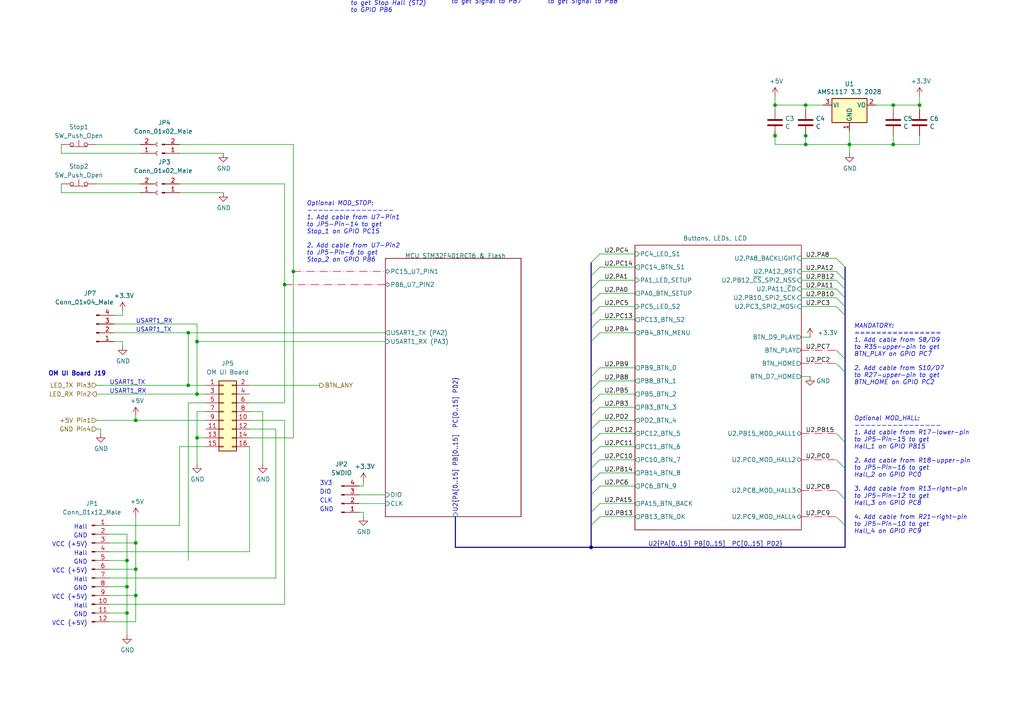
<source format=kicad_sch>
(kicad_sch (version 20211123) (generator eeschema)
  (paper "A4")
  (title_block (title "YardForce NX100i 18Buttons 3LEDs LCD CoverUI") (date "2023-11-16") (rev "0.1") (comment 1 "(c) Apehaenger") (comment 2 "For https://openmower.de") (comment 3 "RM-EC3-V1.1 20210619 with STM32F401RCT6"))
  (lib_symbols
    (symbol "Connector:Conn_01x02_Female" (pin_names (offset 1.016) hide)
      (property "Reference" "J" (at 0 2.54 0))
      (property "Value" "Conn_01x02_Female" (at 0 -5.08 0))
      (symbol "Conn_01x02_Female_1_1"
        (arc (start 0 -2.032) (mid -0.508 -2.54) (end 0 -3.048) (stroke (width 0.1524)))
        (polyline (pts (xy -1.27 -2.54) (xy -0.508 -2.54)) (stroke (width 0.1524)))
        (polyline (pts (xy -1.27 0) (xy -0.508 0)) (stroke (width 0.1524)))
        (arc (start 0 0.508) (mid -0.508 0) (end 0 -0.508) (stroke (width 0.1524)))
        (pin passive line (at -5.08 0 0) (length 3.81) (name "Pin_1") (number "1"))
        (pin passive line (at -5.08 -2.54 0) (length 3.81) (name "Pin_2") (number "2"))
      )
    )
    (symbol "Connector:Conn_01x02_Male" (pin_names (offset 1.016) hide)
      (property "Reference" "J" (at 0 2.54 0))
      (property "Value" "Conn_01x02_Male" (at 0 -5.08 0))
      (symbol "Conn_01x02_Male_1_1"
        (polyline (pts (xy 1.27 -2.54) (xy 0.8636 -2.54)) (stroke (width 0.1524)))
        (polyline (pts (xy 1.27 0) (xy 0.8636 0)) (stroke (width 0.1524)))
        (rectangle (start 0.8636 -2.413) (end 0 -2.667) (stroke (width 0.1524)) (fill (type outline)))
        (rectangle (start 0.8636 0.127) (end 0 -0.127) (stroke (width 0.1524)) (fill (type outline)))
        (pin passive line (at 5.08 0 180) (length 3.81) (name "Pin_1") (number "1"))
        (pin passive line (at 5.08 -2.54 180) (length 3.81) (name "Pin_2") (number "2"))
      )
    )
    (symbol "Connector:Conn_01x04_Male" (pin_names (offset 1.016) hide)
      (property "Reference" "J" (at 0 5.08 0))
      (property "Value" "Conn_01x04_Male" (at 0 -7.62 0))
      (symbol "Conn_01x04_Male_1_1"
        (polyline (pts (xy 1.27 -5.08) (xy 0.8636 -5.08)) (stroke (width 0.1524)))
        (polyline (pts (xy 1.27 -2.54) (xy 0.8636 -2.54)) (stroke (width 0.1524)))
        (polyline (pts (xy 1.27 0) (xy 0.8636 0)) (stroke (width 0.1524)))
        (polyline (pts (xy 1.27 2.54) (xy 0.8636 2.54)) (stroke (width 0.1524)))
        (rectangle (start 0.8636 -4.953) (end 0 -5.207) (stroke (width 0.1524)) (fill (type outline)))
        (rectangle (start 0.8636 -2.413) (end 0 -2.667) (stroke (width 0.1524)) (fill (type outline)))
        (rectangle (start 0.8636 0.127) (end 0 -0.127) (stroke (width 0.1524)) (fill (type outline)))
        (rectangle (start 0.8636 2.667) (end 0 2.413) (stroke (width 0.1524)) (fill (type outline)))
        (pin passive line (at 5.08 2.54 180) (length 3.81) (name "Pin_1") (number "1"))
        (pin passive line (at 5.08 0 180) (length 3.81) (name "Pin_2") (number "2"))
        (pin passive line (at 5.08 -2.54 180) (length 3.81) (name "Pin_3") (number "3"))
        (pin passive line (at 5.08 -5.08 180) (length 3.81) (name "Pin_4") (number "4"))
      )
    )
    (symbol "Connector:Conn_01x12_Male" (pin_names (offset 1.016) hide)
      (property "Reference" "J" (at 0 15.24 0))
      (property "Value" "Conn_01x12_Male" (at 0 -17.78 0))
      (symbol "Conn_01x12_Male_1_1"
        (polyline (pts (xy 1.27 -15.24) (xy 0.8636 -15.24)) (stroke (width 0.1524)))
        (polyline (pts (xy 1.27 -12.7) (xy 0.8636 -12.7)) (stroke (width 0.1524)))
        (polyline (pts (xy 1.27 -10.16) (xy 0.8636 -10.16)) (stroke (width 0.1524)))
        (polyline (pts (xy 1.27 -7.62) (xy 0.8636 -7.62)) (stroke (width 0.1524)))
        (polyline (pts (xy 1.27 -5.08) (xy 0.8636 -5.08)) (stroke (width 0.1524)))
        (polyline (pts (xy 1.27 -2.54) (xy 0.8636 -2.54)) (stroke (width 0.1524)))
        (polyline (pts (xy 1.27 0) (xy 0.8636 0)) (stroke (width 0.1524)))
        (polyline (pts (xy 1.27 2.54) (xy 0.8636 2.54)) (stroke (width 0.1524)))
        (polyline (pts (xy 1.27 5.08) (xy 0.8636 5.08)) (stroke (width 0.1524)))
        (polyline (pts (xy 1.27 7.62) (xy 0.8636 7.62)) (stroke (width 0.1524)))
        (polyline (pts (xy 1.27 10.16) (xy 0.8636 10.16)) (stroke (width 0.1524)))
        (polyline (pts (xy 1.27 12.7) (xy 0.8636 12.7)) (stroke (width 0.1524)))
        (rectangle (start 0.8636 -15.113) (end 0 -15.367) (stroke (width 0.1524)) (fill (type outline)))
        (rectangle (start 0.8636 -12.573) (end 0 -12.827) (stroke (width 0.1524)) (fill (type outline)))
        (rectangle (start 0.8636 -10.033) (end 0 -10.287) (stroke (width 0.1524)) (fill (type outline)))
        (rectangle (start 0.8636 -7.493) (end 0 -7.747) (stroke (width 0.1524)) (fill (type outline)))
        (rectangle (start 0.8636 -4.953) (end 0 -5.207) (stroke (width 0.1524)) (fill (type outline)))
        (rectangle (start 0.8636 -2.413) (end 0 -2.667) (stroke (width 0.1524)) (fill (type outline)))
        (rectangle (start 0.8636 0.127) (end 0 -0.127) (stroke (width 0.1524)) (fill (type outline)))
        (rectangle (start 0.8636 2.667) (end 0 2.413) (stroke (width 0.1524)) (fill (type outline)))
        (rectangle (start 0.8636 5.207) (end 0 4.953) (stroke (width 0.1524)) (fill (type outline)))
        (rectangle (start 0.8636 7.747) (end 0 7.493) (stroke (width 0.1524)) (fill (type outline)))
        (rectangle (start 0.8636 10.287) (end 0 10.033) (stroke (width 0.1524)) (fill (type outline)))
        (rectangle (start 0.8636 12.827) (end 0 12.573) (stroke (width 0.1524)) (fill (type outline)))
        (pin passive line (at 5.08 12.7 180) (length 3.81) (name "Pin_1") (number "1"))
        (pin passive line (at 5.08 -10.16 180) (length 3.81) (name "Pin_10") (number "10"))
        (pin passive line (at 5.08 -12.7 180) (length 3.81) (name "Pin_11") (number "11"))
        (pin passive line (at 5.08 -15.24 180) (length 3.81) (name "Pin_12") (number "12"))
        (pin passive line (at 5.08 10.16 180) (length 3.81) (name "Pin_2") (number "2"))
        (pin passive line (at 5.08 7.62 180) (length 3.81) (name "Pin_3") (number "3"))
        (pin passive line (at 5.08 5.08 180) (length 3.81) (name "Pin_4") (number "4"))
        (pin passive line (at 5.08 2.54 180) (length 3.81) (name "Pin_5") (number "5"))
        (pin passive line (at 5.08 0 180) (length 3.81) (name "Pin_6") (number "6"))
        (pin passive line (at 5.08 -2.54 180) (length 3.81) (name "Pin_7") (number "7"))
        (pin passive line (at 5.08 -5.08 180) (length 3.81) (name "Pin_8") (number "8"))
        (pin passive line (at 5.08 -7.62 180) (length 3.81) (name "Pin_9") (number "9"))
      )
    )
    (symbol "Connector_Generic:Conn_02x08_Odd_Even" (pin_names (offset 1.016) hide)
      (property "Reference" "J" (at 1.27 10.16 0))
      (property "Value" "Conn_02x08_Odd_Even" (at 1.27 -12.7 0))
      (symbol "Conn_02x08_Odd_Even_1_1"
        (rectangle (start -1.27 -10.033) (end 0 -10.287) (stroke (width 0.1524)))
        (rectangle (start -1.27 -7.493) (end 0 -7.747) (stroke (width 0.1524)))
        (rectangle (start -1.27 -4.953) (end 0 -5.207) (stroke (width 0.1524)))
        (rectangle (start -1.27 -2.413) (end 0 -2.667) (stroke (width 0.1524)))
        (rectangle (start -1.27 0.127) (end 0 -0.127) (stroke (width 0.1524)))
        (rectangle (start -1.27 2.667) (end 0 2.413) (stroke (width 0.1524)))
        (rectangle (start -1.27 5.207) (end 0 4.953) (stroke (width 0.1524)))
        (rectangle (start -1.27 7.747) (end 0 7.493) (stroke (width 0.1524)))
        (rectangle (start -1.27 8.89) (end 3.81 -11.43) (stroke (width 0.254)) (fill (type background)))
        (rectangle (start 3.81 -10.033) (end 2.54 -10.287) (stroke (width 0.1524)))
        (rectangle (start 3.81 -7.493) (end 2.54 -7.747) (stroke (width 0.1524)))
        (rectangle (start 3.81 -4.953) (end 2.54 -5.207) (stroke (width 0.1524)))
        (rectangle (start 3.81 -2.413) (end 2.54 -2.667) (stroke (width 0.1524)))
        (rectangle (start 3.81 0.127) (end 2.54 -0.127) (stroke (width 0.1524)))
        (rectangle (start 3.81 2.667) (end 2.54 2.413) (stroke (width 0.1524)))
        (rectangle (start 3.81 5.207) (end 2.54 4.953) (stroke (width 0.1524)))
        (rectangle (start 3.81 7.747) (end 2.54 7.493) (stroke (width 0.1524)))
        (pin passive line (at -5.08 7.62 0) (length 3.81) (name "Pin_1") (number "1"))
        (pin passive line (at 7.62 -2.54 180) (length 3.81) (name "Pin_10") (number "10"))
        (pin passive line (at -5.08 -5.08 0) (length 3.81) (name "Pin_11") (number "11"))
        (pin passive line (at 7.62 -5.08 180) (length 3.81) (name "Pin_12") (number "12"))
        (pin passive line (at -5.08 -7.62 0) (length 3.81) (name "Pin_13") (number "13"))
        (pin passive line (at 7.62 -7.62 180) (length 3.81) (name "Pin_14") (number "14"))
        (pin passive line (at -5.08 -10.16 0) (length 3.81) (name "Pin_15") (number "15"))
        (pin passive line (at 7.62 -10.16 180) (length 3.81) (name "Pin_16") (number "16"))
        (pin passive line (at 7.62 7.62 180) (length 3.81) (name "Pin_2") (number "2"))
        (pin passive line (at -5.08 5.08 0) (length 3.81) (name "Pin_3") (number "3"))
        (pin passive line (at 7.62 5.08 180) (length 3.81) (name "Pin_4") (number "4"))
        (pin passive line (at -5.08 2.54 0) (length 3.81) (name "Pin_5") (number "5"))
        (pin passive line (at 7.62 2.54 180) (length 3.81) (name "Pin_6") (number "6"))
        (pin passive line (at -5.08 0 0) (length 3.81) (name "Pin_7") (number "7"))
        (pin passive line (at 7.62 0 180) (length 3.81) (name "Pin_8") (number "8"))
        (pin passive line (at -5.08 -2.54 0) (length 3.81) (name "Pin_9") (number "9"))
      )
    )
    (symbol "Device:C" (pin_numbers hide) (pin_names (offset 0.254))
      (property "Reference" "C" (at 0.635 2.54 0))
      (property "Value" "C" (at 0.635 -2.54 0))
      (symbol "C_0_1"
        (polyline (pts (xy -2.032 -0.762) (xy 2.032 -0.762)) (stroke (width 0.508)))
        (polyline (pts (xy -2.032 0.762) (xy 2.032 0.762)) (stroke (width 0.508)))
      )
      (symbol "C_1_1"
        (pin passive line (at 0 3.81 270) (length 2.794) (name "~") (number "1"))
        (pin passive line (at 0 -3.81 90) (length 2.794) (name "~") (number "2"))
      )
    )
    (symbol "Regulator_Linear:AMS1117-3.3" (pin_names (offset 0.254))
      (property "Reference" "U" (at -3.81 3.175 0))
      (property "Value" "AMS1117-3.3" (at 0 3.175 0))
      (symbol "AMS1117-3.3_0_1"
        (rectangle (start -5.08 -5.08) (end 5.08 1.905) (stroke (width 0.254)) (fill (type background)))
      )
      (symbol "AMS1117-3.3_1_1"
        (pin power_in line (at 0 -7.62 90) (length 2.54) (name "GND") (number "1"))
        (pin power_out line (at 7.62 0 180) (length 2.54) (name "VO") (number "2"))
        (pin power_in line (at -7.62 0 0) (length 2.54) (name "VI") (number "3"))
      )
    )
    (symbol "Switch:SW_Push_Open" (pin_numbers hide) (pin_names (offset 1.016) hide)
      (property "Reference" "SW" (at 0 2.54 0))
      (property "Value" "SW_Push_Open" (at 0 -1.905 0))
      (symbol "SW_Push_Open_0_1"
        (circle (center -2.032 0) (radius 0.508))
        (polyline (pts (xy -2.54 -0.635) (xy 2.54 -0.635)))
        (polyline (pts (xy 0 -0.635) (xy 0 1.27)))
        (circle (center 2.032 0) (radius 0.508))
        (pin passive line (at -5.08 0 0) (length 2.54) (name "A") (number "1"))
      )
      (symbol "SW_Push_Open_1_1"
        (pin passive line (at 5.08 0 180) (length 2.54) (name "B") (number "2"))
      )
    )
    (symbol "power:+3.3V" (power) (pin_names (offset 0))
      (property "Value" "+3.3V" (at 0 3.556 0))
      (symbol "+3.3V_0_1"
        (polyline (pts (xy -0.762 1.27) (xy 0 2.54)))
        (polyline (pts (xy 0 0) (xy 0 2.54)))
        (polyline (pts (xy 0 2.54) (xy 0.762 1.27)))
      )
      (symbol "+3.3V_1_1"
        (pin power_in line (at 0 0 90) (length 0) hide (name "+3.3V") (number "1"))
      )
    )
    (symbol "power:+5V" (power) (pin_names (offset 0))
      (property "Value" "+5V" (at 0 3.556 0))
      (symbol "+5V_0_1"
        (polyline (pts (xy -0.762 1.27) (xy 0 2.54)))
        (polyline (pts (xy 0 0) (xy 0 2.54)))
        (polyline (pts (xy 0 2.54) (xy 0.762 1.27)))
      )
      (symbol "+5V_1_1"
        (pin power_in line (at 0 0 90) (length 0) hide (name "+5V") (number "1"))
      )
    )
    (symbol "power:GND" (power) (pin_names (offset 0))
      (property "Value" "GND" (at 0 -3.81 0))
      (symbol "GND_0_1"
        (polyline (pts (xy 0 0) (xy 0 -1.27) (xy 1.27 -1.27) (xy 0 -2.54) (xy -1.27 -1.27) (xy 0 -1.27)))
      )
      (symbol "GND_1_1"
        (pin power_in line (at 0 0 270) (length 0) hide (name "GND") (number "1"))
      )
    )
  )
  (junction (at 224.79 39.37))
  (junction (at 57.15 114.3))
  (junction (at 36.83 162.56))
  (junction (at 57.15 127))
  (junction (at 246.38 41.91))
  (junction (at 233.68 41.91))
  (junction (at 36.83 170.18))
  (junction (at 39.37 121.92))
  (junction (at 259.08 41.91))
  (junction (at 259.08 30.48))
  (junction (at 233.68 30.48))
  (junction (at 82.55 82.55))
  (junction (at 39.37 172.72))
  (junction (at 85.09 78.74))
  (junction (at 54.61 96.52))
  (junction (at 54.61 111.76))
  (junction (at 171.45 158.75))
  (junction (at 36.83 177.8))
  (junction (at 266.7 30.48))
  (junction (at 233.68 39.37))
  (junction (at 57.15 99.06))
  (junction (at 39.37 157.48))
  (junction (at 224.79 30.48))
  (junction (at 39.37 165.1))
  (bus_entry (at 171.45 120.65) (size 2.54 -2.54))
  (bus_entry (at 171.45 116.84) (size 2.54 -2.54))
  (bus_entry (at 171.45 83.82) (size 2.54 -2.54))
  (bus_entry (at 171.45 128.27) (size 2.54 -2.54))
  (bus_entry (at 171.45 99.06) (size 2.54 -2.54))
  (bus_entry (at 242.57 83.82) (size 2.54 2.54))
  (bus_entry (at 171.45 135.89) (size 2.54 -2.54))
  (bus_entry (at 242.57 86.36) (size 2.54 2.54))
  (bus_entry (at 171.45 87.63) (size 2.54 -2.54))
  (bus_entry (at 171.45 91.44) (size 2.54 -2.54))
  (bus_entry (at 242.57 81.28) (size 2.54 2.54))
  (bus_entry (at 171.45 132.08) (size 2.54 -2.54))
  (bus_entry (at 242.57 149.86) (size 2.54 2.54))
  (bus_entry (at 171.45 95.25) (size 2.54 -2.54))
  (bus_entry (at 171.45 109.22) (size 2.54 -2.54))
  (bus_entry (at 171.45 113.03) (size 2.54 -2.54))
  (bus_entry (at 242.57 133.35) (size 2.54 2.54))
  (bus_entry (at 171.45 80.01) (size 2.54 -2.54))
  (bus_entry (at 242.57 105.41) (size 2.54 2.54))
  (bus_entry (at 171.45 143.51) (size 2.54 -2.54))
  (bus_entry (at 242.57 142.24) (size 2.54 2.54))
  (bus_entry (at 171.45 152.4) (size 2.54 -2.54))
  (bus_entry (at 171.45 124.46) (size 2.54 -2.54))
  (bus_entry (at 171.45 148.59) (size 2.54 -2.54))
  (bus_entry (at 242.57 74.93) (size 2.54 2.54))
  (bus_entry (at 242.57 101.6) (size 2.54 2.54))
  (bus_entry (at 242.57 125.73) (size 2.54 2.54))
  (bus_entry (at 171.45 76.2) (size 2.54 -2.54))
  (bus_entry (at 171.45 139.7) (size 2.54 -2.54))
  (bus_entry (at 242.57 88.9) (size 2.54 2.54))
  (bus_entry (at 242.57 78.74) (size 2.54 2.54))
  (bus (pts (xy 245.11 135.89) (xy 245.11 144.78)))
  (wire (pts (xy 266.7 30.48) (xy 266.7 31.75)))
  (wire (pts (xy 57.15 114.3) (xy 59.69 114.3)))
  (wire (pts (xy 224.79 30.48) (xy 224.79 31.75)))
  (bus (pts (xy 171.45 83.82) (xy 171.45 87.63)))
  (wire (pts (xy 54.61 96.52) (xy 111.76 96.52)))
  (wire (pts (xy 173.99 96.52) (xy 184.15 96.52)))
  (wire (pts (xy 52.07 53.34) (xy 82.55 53.34)))
  (wire (pts (xy 173.99 125.73) (xy 184.15 125.73)))
  (wire (pts (xy 232.41 81.28) (xy 242.57 81.28)))
  (wire (pts (xy 173.99 114.3) (xy 184.15 114.3)))
  (wire (pts (xy 40.64 55.88) (xy 17.78 55.88)))
  (wire (pts (xy 233.68 39.37) (xy 233.68 41.91)))
  (wire (pts (xy 232.41 78.74) (xy 242.57 78.74)))
  (bus (pts (xy 245.11 81.28) (xy 245.11 83.82)))
  (wire (pts (xy 234.95 109.22) (xy 232.41 109.22)))
  (wire (pts (xy 233.68 30.48) (xy 238.76 30.48)))
  (wire (pts (xy 31.75 172.72) (xy 39.37 172.72)))
  (wire (pts (xy 82.55 121.92) (xy 72.39 121.92)))
  (wire (pts (xy 85.09 41.91) (xy 85.09 78.74)))
  (wire (pts (xy 104.14 148.59) (xy 105.41 148.59)))
  (wire (pts (xy 52.07 44.45) (xy 64.77 44.45)))
  (wire (pts (xy 259.08 30.48) (xy 266.7 30.48)))
  (wire (pts (xy 173.99 77.47) (xy 184.15 77.47)))
  (wire (pts (xy 173.99 85.09) (xy 184.15 85.09)))
  (bus (pts (xy 245.11 86.36) (xy 245.11 88.9)))
  (wire (pts (xy 246.38 38.1) (xy 246.38 41.91)))
  (bus (pts (xy 245.11 107.95) (xy 245.11 128.27)))
  (wire (pts (xy 33.02 96.52) (xy 54.61 96.52)))
  (wire (pts (xy 27.94 114.3) (xy 57.15 114.3)))
  (wire (pts (xy 104.14 146.05) (xy 111.76 146.05)))
  (bus (pts (xy 171.45 80.01) (xy 171.45 83.82)))
  (wire (pts (xy 27.94 111.76) (xy 54.61 111.76)))
  (wire (pts (xy 173.99 121.92) (xy 184.15 121.92)))
  (bus (pts (xy 245.11 83.82) (xy 245.11 86.36)))
  (wire (pts (xy 39.37 121.92) (xy 59.69 121.92)))
  (wire (pts (xy 173.99 118.11) (xy 184.15 118.11)))
  (bus (pts (xy 171.45 148.59) (xy 171.45 152.4)))
  (wire (pts (xy 224.79 39.37) (xy 224.79 41.91)))
  (wire (pts (xy 232.41 88.9) (xy 242.57 88.9)))
  (wire (pts (xy 29.21 124.46) (xy 29.21 125.73)))
  (wire (pts (xy 85.09 78.74) (xy 85.09 127)))
  (bus (pts (xy 171.45 139.7) (xy 171.45 143.51)))
  (wire (pts (xy 266.7 41.91) (xy 266.7 39.37)))
  (bus (pts (xy 171.45 124.46) (xy 171.45 128.27)))
  (wire (pts (xy 233.68 41.91) (xy 246.38 41.91)))
  (bus (pts (xy 171.45 95.25) (xy 171.45 99.06)))
  (wire (pts (xy 232.41 105.41) (xy 242.57 105.41)) (stroke (width 0.2) (type dash_dot) (color 255 24 88 1)))
  (wire (pts (xy 54.61 96.52) (xy 54.61 111.76)))
  (wire (pts (xy 76.2 119.38) (xy 76.2 134.62)))
  (wire (pts (xy 31.75 175.26) (xy 82.55 175.26)))
  (wire (pts (xy 104.14 143.51) (xy 111.76 143.51)))
  (wire (pts (xy 224.79 30.48) (xy 233.68 30.48)))
  (wire (pts (xy 104.14 140.97) (xy 105.41 140.97)))
  (wire (pts (xy 246.38 41.91) (xy 259.08 41.91)))
  (wire (pts (xy 59.69 116.84) (xy 54.61 116.84)))
  (wire (pts (xy 82.55 82.55) (xy 82.55 116.84)))
  (wire (pts (xy 33.02 93.98) (xy 57.15 93.98)))
  (wire (pts (xy 33.02 91.44) (xy 35.56 91.44)))
  (wire (pts (xy 72.39 111.76) (xy 92.71 111.76)))
  (wire (pts (xy 254 30.48) (xy 259.08 30.48)))
  (wire (pts (xy 259.08 41.91) (xy 266.7 41.91)))
  (wire (pts (xy 82.55 116.84) (xy 72.39 116.84)))
  (wire (pts (xy 72.39 119.38) (xy 76.2 119.38)))
  (wire (pts (xy 232.41 83.82) (xy 242.57 83.82)))
  (bus (pts (xy 171.45 135.89) (xy 171.45 139.7)))
  (wire (pts (xy 173.99 133.35) (xy 184.15 133.35)))
  (wire (pts (xy 59.69 119.38) (xy 57.15 119.38)))
  (wire (pts (xy 233.68 38.1) (xy 233.68 39.37)))
  (wire (pts (xy 173.99 149.86) (xy 184.15 149.86)))
  (wire (pts (xy 39.37 120.65) (xy 39.37 121.92)))
  (wire (pts (xy 57.15 99.06) (xy 111.76 99.06)))
  (bus (pts (xy 171.45 91.44) (xy 171.45 95.25)))
  (wire (pts (xy 31.75 154.94) (xy 36.83 154.94)))
  (wire (pts (xy 57.15 127) (xy 59.69 127)))
  (bus (pts (xy 245.11 88.9) (xy 245.11 91.44)))
  (bus (pts (xy 171.45 99.06) (xy 171.45 109.22)))
  (wire (pts (xy 82.55 175.26) (xy 82.55 121.92)))
  (wire (pts (xy 40.64 44.45) (xy 17.78 44.45)))
  (wire (pts (xy 80.01 167.64) (xy 80.01 124.46)))
  (bus (pts (xy 171.45 113.03) (xy 171.45 116.84)))
  (wire (pts (xy 224.79 30.48) (xy 224.79 27.94)))
  (wire (pts (xy 35.56 99.06) (xy 35.56 100.33)))
  (bus (pts (xy 171.45 87.63) (xy 171.45 91.44)))
  (bus (pts (xy 245.11 144.78) (xy 245.11 152.4)))
  (wire (pts (xy 72.39 160.02) (xy 72.39 129.54)))
  (wire (pts (xy 173.99 81.28) (xy 184.15 81.28)))
  (wire (pts (xy 246.38 41.91) (xy 246.38 44.45)))
  (wire (pts (xy 31.75 162.56) (xy 36.83 162.56)))
  (wire (pts (xy 33.02 99.06) (xy 35.56 99.06)))
  (bus (pts (xy 245.11 91.44) (xy 245.11 104.14)))
  (wire (pts (xy 224.79 41.91) (xy 233.68 41.91)))
  (bus (pts (xy 245.11 104.14) (xy 245.11 107.95)))
  (bus (pts (xy 245.11 77.47) (xy 245.11 81.28)))
  (wire (pts (xy 39.37 149.86) (xy 39.37 157.48)))
  (wire (pts (xy 31.75 177.8) (xy 36.83 177.8)))
  (wire (pts (xy 82.55 82.55) (xy 111.76 82.55)) (stroke (width 0.2) (type dash_dot) (color 255 24 88 1)))
  (wire (pts (xy 31.75 152.4) (xy 52.07 152.4)))
  (wire (pts (xy 27.94 124.46) (xy 29.21 124.46)))
  (wire (pts (xy 54.61 116.84) (xy 54.61 162.56)))
  (bus (pts (xy 171.45 143.51) (xy 171.45 148.59)))
  (wire (pts (xy 17.78 44.45) (xy 17.78 41.91)))
  (wire (pts (xy 85.09 78.74) (xy 111.76 78.74)) (stroke (width 0.2) (type dash_dot) (color 255 24 88 1)))
  (bus (pts (xy 132.08 158.75) (xy 132.08 149.86)))
  (wire (pts (xy 57.15 93.98) (xy 57.15 99.06)))
  (wire (pts (xy 31.75 167.64) (xy 80.01 167.64)))
  (wire (pts (xy 31.75 160.02) (xy 72.39 160.02)))
  (wire (pts (xy 232.41 86.36) (xy 242.57 86.36)))
  (bus (pts (xy 171.45 76.2) (xy 171.45 80.01)))
  (wire (pts (xy 173.99 106.68) (xy 184.15 106.68)))
  (wire (pts (xy 36.83 170.18) (xy 36.83 177.8)))
  (wire (pts (xy 173.99 140.97) (xy 184.15 140.97)))
  (bus (pts (xy 171.45 109.22) (xy 171.45 113.03)))
  (bus (pts (xy 245.11 152.4) (xy 245.11 158.75)))
  (wire (pts (xy 52.07 152.4) (xy 52.07 129.54)))
  (wire (pts (xy 80.01 124.46) (xy 72.39 124.46)))
  (wire (pts (xy 27.94 53.34) (xy 40.64 53.34)))
  (wire (pts (xy 52.07 41.91) (xy 85.09 41.91)))
  (wire (pts (xy 234.95 97.79) (xy 232.41 97.79)))
  (wire (pts (xy 36.83 154.94) (xy 36.83 162.56)))
  (wire (pts (xy 57.15 99.06) (xy 57.15 114.3)))
  (wire (pts (xy 17.78 55.88) (xy 17.78 53.34)))
  (wire (pts (xy 173.99 146.05) (xy 184.15 146.05)))
  (wire (pts (xy 232.41 101.6) (xy 242.57 101.6)) (stroke (width 0.2) (type dash_dot) (color 255 24 88 1)))
  (wire (pts (xy 232.41 149.86) (xy 242.57 149.86)) (stroke (width 0.2) (type dash_dot) (color 255 24 88 1)))
  (wire (pts (xy 39.37 165.1) (xy 39.37 157.48)))
  (wire (pts (xy 39.37 172.72) (xy 39.37 165.1)))
  (wire (pts (xy 52.07 55.88) (xy 64.77 55.88)))
  (wire (pts (xy 31.75 170.18) (xy 36.83 170.18)))
  (wire (pts (xy 31.75 180.34) (xy 39.37 180.34)))
  (wire (pts (xy 31.75 157.48) (xy 39.37 157.48)))
  (wire (pts (xy 57.15 119.38) (xy 57.15 127)))
  (wire (pts (xy 233.68 31.75) (xy 233.68 30.48)))
  (wire (pts (xy 85.09 127) (xy 72.39 127)))
  (wire (pts (xy 173.99 110.49) (xy 184.15 110.49)))
  (wire (pts (xy 232.41 133.35) (xy 242.57 133.35)) (stroke (width 0.2) (type dash_dot) (color 255 24 88 1)))
  (wire (pts (xy 173.99 137.16) (xy 184.15 137.16)))
  (wire (pts (xy 105.41 140.97) (xy 105.41 139.7)))
  (bus (pts (xy 171.45 128.27) (xy 171.45 132.08)))
  (wire (pts (xy 52.07 129.54) (xy 59.69 129.54)))
  (bus (pts (xy 171.45 158.75) (xy 245.11 158.75)))
  (wire (pts (xy 173.99 129.54) (xy 184.15 129.54)))
  (wire (pts (xy 36.83 162.56) (xy 36.83 170.18)))
  (bus (pts (xy 132.08 158.75) (xy 171.45 158.75)))
  (wire (pts (xy 232.41 142.24) (xy 242.57 142.24)) (stroke (width 0.2) (type dash_dot) (color 255 24 88 1)))
  (bus (pts (xy 245.11 128.27) (xy 245.11 135.89)))
  (wire (pts (xy 232.41 125.73) (xy 242.57 125.73)) (stroke (width 0.2) (type dash_dot) (color 255 24 88 1)))
  (bus (pts (xy 171.45 152.4) (xy 171.45 158.75)))
  (wire (pts (xy 259.08 30.48) (xy 259.08 31.75)))
  (wire (pts (xy 224.79 38.1) (xy 224.79 39.37)))
  (wire (pts (xy 266.7 30.48) (xy 266.7 27.94)))
  (bus (pts (xy 171.45 116.84) (xy 171.45 120.65)))
  (wire (pts (xy 232.41 74.93) (xy 242.57 74.93)))
  (wire (pts (xy 54.61 111.76) (xy 59.69 111.76)))
  (wire (pts (xy 31.75 165.1) (xy 39.37 165.1)))
  (wire (pts (xy 105.41 148.59) (xy 105.41 149.86)))
  (wire (pts (xy 35.56 91.44) (xy 35.56 90.17)))
  (wire (pts (xy 39.37 180.34) (xy 39.37 172.72)))
  (wire (pts (xy 82.55 53.34) (xy 82.55 82.55)))
  (wire (pts (xy 173.99 73.66) (xy 184.15 73.66)))
  (wire (pts (xy 173.99 88.9) (xy 184.15 88.9)))
  (wire (pts (xy 173.99 92.71) (xy 184.15 92.71)))
  (wire (pts (xy 27.94 121.92) (xy 39.37 121.92)))
  (wire (pts (xy 36.83 177.8) (xy 36.83 184.15)))
  (wire (pts (xy 27.94 41.91) (xy 40.64 41.91)))
  (wire (pts (xy 57.15 127) (xy 57.15 134.62)))
  (bus (pts (xy 171.45 120.65) (xy 171.45 124.46)))
  (bus (pts (xy 171.45 132.08) (xy 171.45 135.89)))
  (wire (pts (xy 259.08 39.37) (xy 259.08 41.91)))
  (text "DIO" (at 92.71 143.51 0) (effects (font (size 1.27 1.27)) (justify left bottom)))
  (text "USART1_TX" (at 31.75 111.76 0) (effects (font (size 1.27 1.27)) (justify left bottom)))
  (text "3V3" (at 92.71 140.97 0) (effects (font (size 1.27 1.27)) (justify left bottom)))
  (text "VCC (+5V)" (at 25.4 166.37 180) (effects (font (size 1.27 1.27)) (justify right bottom)))
  (text "GND" (at 25.4 171.45 180) (effects (font (size 1.27 1.27)) (justify right bottom)))
  (text "Optional MOD_HALL:\n----------------\n1. Add cable from R17-lower-pin\nto JP5-Pin-15 to get\nHall_1 on GPIO PB15\n\n2. Add cable from R18-upper-pin\nto JP5-Pin-16 to get\nHall_2 on GPIO PC0\n\n3. Add cable from R13-right-pin\nto JP5-Pin-12 to get\nHall_3 on GPIO PC8\n\n4. Add cable from R21-right-pin\nto JP5-Pin-10 to get\nHall_4 on GPIO PC9\n" (at 247.65 154.94 0) (effects (font (size 1.27 1.27) italic) (justify left bottom)))
  (text "OM UI Board J19" (at 13.97 109.22 0) (effects (font (size 1.27 1.27) (thickness 0.254) bold) (justify left bottom)))
  (text "GND" (at 25.4 179.07 180) (effects (font (size 1.27 1.27)) (justify right bottom)))
  (text "USART1_TX" (at 39.37 96.52 0) (effects (font (size 1.27 1.27)) (justify left bottom)))
  (text "Hall" (at 25.4 153.67 180) (effects (font (size 1.27 1.27)) (justify right bottom)))
  (text "MANDATORY:\n================\n1. Add cable from S8/D9\nto R35-upper-pin to get\nBTN_PLAY on GPIO PC7\n\n2. Add cable from S10/D7\nto R27-upper-pin to get\nBTN_HOME on GPIO PC2" (at 247.65 111.76 0) (effects (font (size 1.27 1.27) italic) (justify left bottom)))
  (text "CLK" (at 92.71 146.05 0) (effects (font (size 1.27 1.27)) (justify left bottom)))
  (text "Hall" (at 25.4 168.91 180) (effects (font (size 1.27 1.27)) (justify right bottom)))
  (text "Hall" (at 25.4 176.53 180) (effects (font (size 1.27 1.27)) (justify right bottom)))
  (text "VCC (+5V)" (at 25.4 158.75 180) (effects (font (size 1.27 1.27)) (justify right bottom)))
  (text "GND" (at 25.4 163.83 180) (effects (font (size 1.27 1.27)) (justify right bottom)))
  (text "GND" (at 92.71 148.59 0) (effects (font (size 1.27 1.27)) (justify left bottom)))
  (text "Hall" (at 25.4 161.29 180) (effects (font (size 1.27 1.27)) (justify right bottom)))
  (text "VCC (+5V)" (at 25.4 173.99 180) (effects (font (size 1.27 1.27)) (justify right bottom)))
  (text "USART1_RX" (at 39.37 93.98 0) (effects (font (size 1.27 1.27)) (justify left bottom)))
  (text "GND" (at 25.4 156.21 180) (effects (font (size 1.27 1.27)) (justify right bottom)))
  (text "Optional (MOD_HALL):\nSolder Cable from R74/Q5\nto U5 (Pin 2)\nto get Stop Hall (ST2)\nto GPIO PB6" (at 101.6 3.81 0) (effects (font (size 1.27 1.27) italic) (justify left bottom)))
  (text "Optional MOD_STOP:\n----------------\n1. Add cable from U7-Pin1\nto JP5-Pin-14 to get\nStop_1 on GPIO PC15\n\n2. Add cable from U7-Pin2\nto JP5-Pin-6 to get\nStop_2 on GPIO PB6" (at 88.9 76.2 0) (effects (font (size 1.27 1.27) italic) (justify left bottom)))
  (text "Optional (MOD_HALL):\nSolder Cable from R83/Q6\nto U5/Pin-10\nto get Signal to PB8" (at 158.75 1.27 0) (effects (font (size 1.27 1.27) italic) (justify left bottom)))
  (text "USART1_RX" (at 31.75 114.3 0) (effects (font (size 1.27 1.27)) (justify left bottom)))
  (text "Optional (MOD_HALL):\nSolder Cable fro R61/Q4\nto U5/Pin-3\nto get Signal to PB7" (at 130.81 1.27 0) (effects (font (size 1.27 1.27) italic) (justify left bottom)))
  (text "VCC (+5V)" (at 25.4 181.61 180) (effects (font (size 1.27 1.27)) (justify right bottom)))
  (label "U2.PC2" (at 233.68 105.41 0))
  (label "U2.PB10" (at 233.68 86.36 0))
  (label "U2.PC11" (at 175.26 129.54 0))
  (label "U2.PA11" (at 233.68 83.82 0))
  (label "U2.PA12" (at 233.68 78.74 0))
  (label "U2.PC9" (at 233.68 149.86 0))
  (label "U2.PB3" (at 175.26 118.11 0))
  (label "U2.PC0" (at 233.68 133.35 0))
  (label "U2.PB5" (at 175.26 114.3 0))
  (label "U2.PB12" (at 233.68 81.28 0))
  (label "U2.PB4" (at 175.26 96.52 0))
  (label "U2.PD2" (at 175.26 121.92 0))
  (label "U2.PC12" (at 175.26 125.73 0))
  (label "U2{PA[0..15] PB[0..15]  PC[0..15] PD2}" (at 187.96 158.75 0))
  (label "U2.PC3" (at 233.68 88.9 0))
  (label "U2.PB13" (at 175.26 149.86 0))
  (label "U2.PB8" (at 175.26 110.49 0))
  (label "U2.PC14" (at 175.26 77.47 0))
  (label "U2.PC4" (at 175.26 73.66 0))
  (label "U2.PB14" (at 175.26 137.16 0))
  (label "U2.PC7" (at 233.68 101.6 0))
  (label "U2.PC6" (at 175.26 140.97 0))
  (label "U2.PA8" (at 233.68 74.93 0))
  (label "U2.PA1" (at 175.26 81.28 0))
  (label "U2.PC5" (at 175.26 88.9 0))
  (label "U2.PA15" (at 175.26 146.05 0))
  (label "U2.PC8" (at 233.68 142.24 0))
  (label "U2.PA0" (at 175.26 85.09 0))
  (label "U2.PC10" (at 175.26 133.35 0))
  (label "U2.PC13" (at 175.26 92.71 0))
  (label "U2.PB9" (at 175.26 106.68 0))
  (label "U2.PB15" (at 233.68 125.73 0))
  (hierarchical_label "GND Pin4" (shape input) (at 27.94 124.46 180))
  (hierarchical_label "LED_TX Pin3" (shape input) (at 27.94 111.76 180))
  (hierarchical_label "BTN_ANY" (shape output) (at 92.71 111.76 0))
  (hierarchical_label "LED_RX Pin2" (shape output) (at 27.94 114.3 180))
  (hierarchical_label "+5V Pin1" (shape input) (at 27.94 121.92 180))
  (symbol (lib_id "Connector:Conn_01x04_Male") (at 99.06 146.05 0) (mirror x) (unit 1)
    (property "Reference" "JP2" (at 99.06 134.62 0))
    (property "Value" "SWDIO" (at 99.06 137.16 0))
  )
  (symbol (lib_id "power:+5V") (at 39.37 120.65 0) (unit 1)
    (property "Reference" "#PWR?" (effects hide))
    (property "Value" "+5V" (at 39.751 116.2558 0))
  )
  (symbol (lib_id "Device:C") (at 266.7 35.56 0) (unit 1)
    (property "Reference" "C6" (at 269.621 34.3916 0) (effects (justify left)))
    (property "Value" "C" (at 269.621 36.703 0) (effects (justify left)))
  )
  (symbol (lib_id "power:+3.3V") (at 234.95 97.79 0) (mirror y) (unit 1)
    (property "Reference" "#PWR?" (effects hide))
    (property "Value" "+3.3V" (at 240.03 96.52 0))
  )
  (symbol (lib_id "Device:C") (at 233.68 35.56 0) (unit 1)
    (property "Reference" "C4" (at 236.601 34.3916 0) (effects (justify left)))
    (property "Value" "C" (at 236.601 36.703 0) (effects (justify left)))
  )
  (symbol (lib_id "power:+3.3V") (at 35.56 90.17 0) (unit 1)
    (property "Reference" "#PWR?" (effects hide))
    (property "Value" "+3.3V" (at 35.941 85.7758 0))
  )
  (symbol (lib_id "Connector_Generic:Conn_02x08_Odd_Even") (at 64.77 119.38 0) (unit 1)
    (property "Reference" "JP5" (at 66.04 105.41 0))
    (property "Value" "OM UI Board" (at 66.04 107.95 0))
  )
  (symbol (lib_id "power:GND") (at 64.77 55.88 0) (unit 1)
    (property "Reference" "#PWR?" (effects hide))
    (property "Value" "GND" (at 64.897 60.2742 0))
  )
  (symbol (lib_id "Regulator_Linear:AMS1117-3.3") (at 246.38 30.48 0) (unit 1)
    (property "Reference" "U1" (at 246.38 24.3332 0))
    (property "Value" "AMS1117 3.3 2028" (at 246.38 26.6446 0))
    (property "Footprint" "Package_TO_SOT_SMD:SOT-223-3_TabPin2" (effects hide))
    (property "Datasheet" "http://www.advanced-monolithic.com/pdf/ds1117.pdf" (effects hide))
  )
  (symbol (lib_id "Connector:Conn_01x02_Male") (at 46.99 55.88 0) (mirror x) (unit 1)
    (property "Reference" "JP3" (at 49.53 46.99 0) (effects (justify right)))
    (property "Value" "Conn_01x02_Male" (at 55.88 49.53 0) (effects (justify right)))
  )
  (symbol (lib_id "Connector:Conn_01x02_Female") (at 45.72 44.45 0) (mirror x) (unit 1)
    (property "Reference" "J?" (effects hide))
    (property "Value" "Conn_01x02_Female" (effects hide))
  )
  (symbol (lib_id "Switch:SW_Push_Open") (at 22.86 41.91 0) (unit 1)
    (property "Reference" "Stop1" (at 22.86 36.83 0))
    (property "Value" "SW_Push_Open" (at 22.86 39.37 0))
  )
  (symbol (lib_id "Connector:Conn_01x04_Male") (at 27.94 96.52 0) (mirror x) (unit 1)
    (property "Reference" "JP7" (at 27.94 85.09 0) (effects (justify right)))
    (property "Value" "Conn_01x04_Male" (at 33.02 87.63 0) (effects (justify right)))
  )
  (symbol (lib_id "power:+3.3V") (at 105.41 139.7 0) (unit 1)
    (property "Reference" "#PWR?" (effects hide))
    (property "Value" "+3.3V" (at 105.791 135.3058 0))
  )
  (symbol (lib_id "power:+3.3V") (at 266.7 27.94 0) (unit 1)
    (property "Reference" "#PWR?" (effects hide))
    (property "Value" "+3.3V" (at 267.081 23.5458 0))
  )
  (symbol (lib_id "power:GND") (at 36.83 184.15 0) (unit 1)
    (property "Reference" "#PWR?" (effects hide))
    (property "Value" "GND" (at 36.957 188.5442 0))
  )
  (symbol (lib_id "power:GND") (at 76.2 134.62 0) (unit 1)
    (property "Reference" "#PWR?" (effects hide))
    (property "Value" "GND" (at 76.327 139.0142 0))
  )
  (symbol (lib_id "power:+5V") (at 224.79 27.94 0) (unit 1)
    (property "Reference" "#PWR?" (effects hide))
    (property "Value" "+5V" (at 225.171 23.5458 0))
  )
  (symbol (lib_id "Connector:Conn_01x12_Male") (at 26.67 165.1 0) (unit 1)
    (property "Reference" "JP1" (at 26.67 146.05 0))
    (property "Value" "Conn_01x12_Male" (at 26.67 148.59 0))
  )
  (symbol (lib_id "power:GND") (at 35.56 100.33 0) (unit 1)
    (property "Reference" "#PWR?" (effects hide))
    (property "Value" "GND" (at 35.687 104.7242 0))
  )
  (symbol (lib_id "power:GND") (at 57.15 134.62 0) (unit 1)
    (property "Reference" "#PWR?" (effects hide))
    (property "Value" "GND" (at 57.277 139.0142 0))
  )
  (symbol (lib_id "Device:C") (at 224.79 35.56 0) (unit 1)
    (property "Reference" "C3" (at 227.711 34.3916 0) (effects (justify left)))
    (property "Value" "C" (at 227.711 36.703 0) (effects (justify left)))
  )
  (symbol (lib_id "power:GND") (at 105.41 149.86 0) (unit 1)
    (property "Reference" "#PWR?" (effects hide))
    (property "Value" "GND" (at 105.537 154.2542 0))
  )
  (symbol (lib_id "power:GND") (at 29.21 125.73 0) (unit 1)
    (property "Reference" "#PWR?" (effects hide))
    (property "Value" "GND" (at 29.337 130.1242 0))
  )
  (symbol (lib_id "Connector:Conn_01x02_Male") (at 46.99 44.45 0) (mirror x) (unit 1)
    (property "Reference" "JP4" (at 49.53 35.56 0) (effects (justify right)))
    (property "Value" "Conn_01x02_Male" (at 55.88 38.1 0) (effects (justify right)))
  )
  (symbol (lib_id "Switch:SW_Push_Open") (at 22.86 53.34 0) (unit 1)
    (property "Reference" "Stop2" (at 22.86 48.26 0))
    (property "Value" "SW_Push_Open" (at 22.86 50.8 0))
  )
  (symbol (lib_id "Connector:Conn_01x02_Female") (at 45.72 55.88 0) (mirror x) (unit 1)
    (property "Reference" "J?" (effects hide))
    (property "Value" "Conn_01x02_Female" (effects hide))
  )
  (symbol (lib_id "power:+5V") (at 39.37 149.86 0) (unit 1)
    (property "Reference" "#PWR?" (effects hide))
    (property "Value" "+5V" (at 39.751 145.4658 0))
  )
  (symbol (lib_id "Device:C") (at 259.08 35.56 0) (unit 1)
    (property "Reference" "C5" (at 262.001 34.3916 0) (effects (justify left)))
    (property "Value" "C" (at 262.001 36.703 0) (effects (justify left)))
  )
  (symbol (lib_id "power:GND") (at 246.38 44.45 0) (unit 1)
    (property "Reference" "#PWR?" (effects hide))
    (property "Value" "GND" (at 246.507 48.8442 0))
  )
  (symbol (lib_id "power:GND") (at 234.95 109.22 0) (mirror y) (unit 1)
    (property "Reference" "#PWR?" (effects hide))
    (property "Value" "GND" (at 238.76 110.49 0))
  )
  (symbol (lib_id "power:GND") (at 64.77 44.45 0) (unit 1)
    (property "Reference" "#PWR?" (effects hide))
    (property "Value" "GND" (at 64.897 48.8442 0))
  )
  (sheet (at 184.15 71.12) (size 48.26 82.55) (stroke (width 0.1524))
    (property "Sheet name" "Buttons, LEDs, LCD" (at 198.12 69.85 0) (effects (justify left bottom)))
    (property "Sheet file" "Subsheets/NX100i 18Button-3LED-LCD Board/btns-leds-lcd.kicad_sch" (effects hide))
    (pin "PB13_BTN_OK" output (at 184.15 149.86 180))
    (pin "PD2_BTN_4" output (at 184.15 121.92 180))
    (pin "PB5_BTN_2" output (at 184.15 114.3 180))
    (pin "PB3_BTN_3" output (at 184.15 118.11 180))
    (pin "PB8_BTN_1" output (at 184.15 110.49 180))
    (pin "PC12_BTN_5" output (at 184.15 125.73 180))
    (pin "PC6_BTN_9" output (at 184.15 140.97 180))
    (pin "PB14_BTN_8" output (at 184.15 137.16 180))
    (pin "PA15_BTN_BACK" output (at 184.15 146.05 180))
    (pin "PB9_BTN_0" output (at 184.15 106.68 180))
    (pin "PC10_BTN_7" output (at 184.15 133.35 180))
    (pin "PC11_BTN_6" output (at 184.15 129.54 180))
    (pin "PA1_LED_SETUP" input (at 184.15 81.28 180))
    (pin "PA0_BTN_SETUP" output (at 184.15 85.09 180))
    (pin "PB4_BTN_MENU" output (at 184.15 96.52 180))
    (pin "PC4_LED_S1" input (at 184.15 73.66 180))
    (pin "PC14_BTN_S1" output (at 184.15 77.47 180))
    (pin "PC5_LED_S2" input (at 184.15 88.9 180))
    (pin "PC13_BTN_S2" output (at 184.15 92.71 180))
    (pin "BTN_D7_HOME" output (at 232.41 109.22 0))
    (pin "U2.PA8_BACKLIGHT" input (at 232.41 74.93 0))
    (pin "U2.PB10_SPI2_SCK" input (at 232.41 86.36 0))
    (pin "U2.PC3_SPI2_MOSI" input (at 232.41 88.9 0))
    (pin "U2.PA12_RST" input (at 232.41 78.74 0))
    (pin "U2.PA11_~{C}D" input (at 232.41 83.82 0))
    (pin "U2.PB12_~{CS}_SPI2_NSS" input (at 232.41 81.28 0))
    (pin "U2.PC0_MOD_HALL2" bidirectional (at 232.41 133.35 0))
    (pin "U2.PC8_MOD_HALL3" bidirectional (at 232.41 142.24 0))
    (pin "U2.PB15_MOD_HALL1" bidirectional (at 232.41 125.73 0))
    (pin "U2.PC9_MOD_HALL4" bidirectional (at 232.41 149.86 0))
    (pin "BTN_D9_PLAY" output (at 232.41 97.79 0))
    (pin "BTN_PLAY" output (at 232.41 101.6 0))
    (pin "BTN_HOME" output (at 232.41 105.41 0))
  )
  (sheet (at 111.76 74.93) (size 39.37 74.93) (stroke (width 0.1524))
    (property "Sheet name" "MCU STM32F401RCT6 & Flash" (at 132.08 74.93 0) (effects (justify bottom)))
    (property "Sheet file" "Subsheets/NX100i 18Button-3LED-LCD Board/mcu_stm32f401.kicad_sch" (effects hide))
    (pin "USART1_TX (PA2)" output (at 111.76 96.52 180))
    (pin "USART1_RX (PA3)" input (at 111.76 99.06 180))
    (pin "U2{PA[0..15] PB[0..15]  PC[0..15] PD2}" input (at 132.08 149.86 270))
    (pin "CLK" input (at 111.76 146.05 180))
    (pin "DIO" input (at 111.76 143.51 180))
    (pin "PC15_U7_PIN1" bidirectional (at 111.76 78.74 180))
    (pin "PB6_U7_PIN2" bidirectional (at 111.76 82.55 180))
  )
)
</source>
